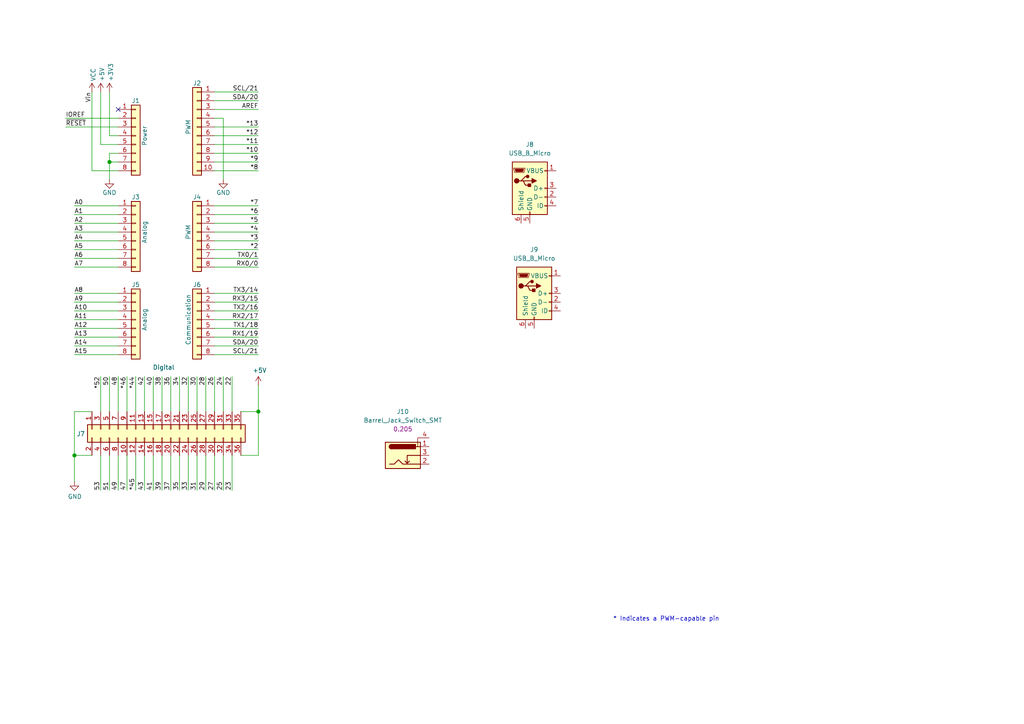
<source format=kicad_sch>
(kicad_sch (version 20230121) (generator eeschema)
  (paper "A4")
  (title_block (date "mar. 31 mars 2015"))
  (lib_symbols
    (symbol "Connector:USB_B_Micro" (pin_names (offset 1.016))
      (property "Reference" "J" (at -5.08 11.43 0))
      (property "Value" "USB_B_Micro" (at -5.08 8.89 0))
      (symbol "USB_B_Micro_0_1"
        (rectangle (start -5.08 -7.62) (end 5.08 7.62) (stroke (width 0.254)) (fill (type background)))
        (circle (center -3.81 2.159) (radius 0.635) (stroke (width 0.254)) (fill (type outline)))
        (circle (center -0.635 3.429) (radius 0.381) (stroke (width 0.254)) (fill (type outline)))
        (rectangle (start -0.127 -7.62) (end 0.127 -6.858))
        (polyline (pts (xy -1.905 2.159) (xy 0.635 2.159)) (stroke (width 0.254)))
        (polyline (pts (xy -3.175 2.159) (xy -2.54 2.159) (xy -1.27 3.429) (xy -0.635 3.429)) (stroke (width 0.254)))
        (polyline (pts (xy -2.54 2.159) (xy -1.905 2.159) (xy -1.27 0.889) (xy 0 0.889)) (stroke (width 0.254)))
        (polyline (pts (xy 0.635 2.794) (xy 0.635 1.524) (xy 1.905 2.159) (xy 0.635 2.794)) (stroke (width 0.254)) (fill (type outline)))
        (polyline (pts (xy -4.318 5.588) (xy -1.778 5.588) (xy -2.032 4.826) (xy -4.064 4.826) (xy -4.318 5.588)) (fill (type outline)))
        (polyline (pts (xy -4.699 5.842) (xy -4.699 5.588) (xy -4.445 4.826) (xy -4.445 4.572) (xy -1.651 4.572) (xy -1.651 4.826) (xy -1.397 5.588) (xy -1.397 5.842) (xy -4.699 5.842)))
        (rectangle (start 0.254 1.27) (end -0.508 0.508) (stroke (width 0.254)) (fill (type outline)))
        (rectangle (start 5.08 -5.207) (end 4.318 -4.953))
        (rectangle (start 5.08 -2.667) (end 4.318 -2.413))
        (rectangle (start 5.08 -0.127) (end 4.318 0.127))
        (rectangle (start 5.08 4.953) (end 4.318 5.207))
      )
      (symbol "USB_B_Micro_1_1"
        (pin power_out line (at 7.62 5.08 180) (length 2.54) (name "VBUS") (number "1"))
        (pin bidirectional line (at 7.62 -2.54 180) (length 2.54) (name "D-") (number "2"))
        (pin bidirectional line (at 7.62 0 180) (length 2.54) (name "D+") (number "3"))
        (pin passive line (at 7.62 -5.08 180) (length 2.54) (name "ID") (number "4"))
        (pin power_out line (at 0 -10.16 90) (length 2.54) (name "GND") (number "5"))
        (pin passive line (at -2.54 -10.16 90) (length 2.54) (name "Shield") (number "6"))
      )
    )
    (symbol "Connector_Generic:Conn_01x08" (pin_names (offset 1.016) hide)
      (property "Reference" "J" (at 0 10.16 0))
      (property "Value" "Conn_01x08" (at 0 -12.7 0))
      (symbol "Conn_01x08_1_1"
        (rectangle (start -1.27 -10.033) (end 0 -10.287) (stroke (width 0.1524)))
        (rectangle (start -1.27 -7.493) (end 0 -7.747) (stroke (width 0.1524)))
        (rectangle (start -1.27 -4.953) (end 0 -5.207) (stroke (width 0.1524)))
        (rectangle (start -1.27 -2.413) (end 0 -2.667) (stroke (width 0.1524)))
        (rectangle (start -1.27 0.127) (end 0 -0.127) (stroke (width 0.1524)))
        (rectangle (start -1.27 2.667) (end 0 2.413) (stroke (width 0.1524)))
        (rectangle (start -1.27 5.207) (end 0 4.953) (stroke (width 0.1524)))
        (rectangle (start -1.27 7.747) (end 0 7.493) (stroke (width 0.1524)))
        (rectangle (start -1.27 8.89) (end 1.27 -11.43) (stroke (width 0.254)) (fill (type background)))
        (pin passive line (at -5.08 7.62 0) (length 3.81) (name "Pin_1") (number "1"))
        (pin passive line (at -5.08 5.08 0) (length 3.81) (name "Pin_2") (number "2"))
        (pin passive line (at -5.08 2.54 0) (length 3.81) (name "Pin_3") (number "3"))
        (pin passive line (at -5.08 0 0) (length 3.81) (name "Pin_4") (number "4"))
        (pin passive line (at -5.08 -2.54 0) (length 3.81) (name "Pin_5") (number "5"))
        (pin passive line (at -5.08 -5.08 0) (length 3.81) (name "Pin_6") (number "6"))
        (pin passive line (at -5.08 -7.62 0) (length 3.81) (name "Pin_7") (number "7"))
        (pin passive line (at -5.08 -10.16 0) (length 3.81) (name "Pin_8") (number "8"))
      )
    )
    (symbol "Connector_Generic:Conn_01x10" (pin_names (offset 1.016) hide)
      (property "Reference" "J" (at 0 12.7 0))
      (property "Value" "Conn_01x10" (at 0 -15.24 0))
      (symbol "Conn_01x10_1_1"
        (rectangle (start -1.27 -12.573) (end 0 -12.827) (stroke (width 0.1524)))
        (rectangle (start -1.27 -10.033) (end 0 -10.287) (stroke (width 0.1524)))
        (rectangle (start -1.27 -7.493) (end 0 -7.747) (stroke (width 0.1524)))
        (rectangle (start -1.27 -4.953) (end 0 -5.207) (stroke (width 0.1524)))
        (rectangle (start -1.27 -2.413) (end 0 -2.667) (stroke (width 0.1524)))
        (rectangle (start -1.27 0.127) (end 0 -0.127) (stroke (width 0.1524)))
        (rectangle (start -1.27 2.667) (end 0 2.413) (stroke (width 0.1524)))
        (rectangle (start -1.27 5.207) (end 0 4.953) (stroke (width 0.1524)))
        (rectangle (start -1.27 7.747) (end 0 7.493) (stroke (width 0.1524)))
        (rectangle (start -1.27 10.287) (end 0 10.033) (stroke (width 0.1524)))
        (rectangle (start -1.27 11.43) (end 1.27 -13.97) (stroke (width 0.254)) (fill (type background)))
        (pin passive line (at -5.08 10.16 0) (length 3.81) (name "Pin_1") (number "1"))
        (pin passive line (at -5.08 -12.7 0) (length 3.81) (name "Pin_10") (number "10"))
        (pin passive line (at -5.08 7.62 0) (length 3.81) (name "Pin_2") (number "2"))
        (pin passive line (at -5.08 5.08 0) (length 3.81) (name "Pin_3") (number "3"))
        (pin passive line (at -5.08 2.54 0) (length 3.81) (name "Pin_4") (number "4"))
        (pin passive line (at -5.08 0 0) (length 3.81) (name "Pin_5") (number "5"))
        (pin passive line (at -5.08 -2.54 0) (length 3.81) (name "Pin_6") (number "6"))
        (pin passive line (at -5.08 -5.08 0) (length 3.81) (name "Pin_7") (number "7"))
        (pin passive line (at -5.08 -7.62 0) (length 3.81) (name "Pin_8") (number "8"))
        (pin passive line (at -5.08 -10.16 0) (length 3.81) (name "Pin_9") (number "9"))
      )
    )
    (symbol "Connector_Generic:Conn_02x18_Odd_Even" (pin_names (offset 1.016) hide)
      (property "Reference" "J" (at 1.27 22.86 0))
      (property "Value" "Conn_02x18_Odd_Even" (at 1.27 -25.4 0))
      (symbol "Conn_02x18_Odd_Even_1_1"
        (rectangle (start -1.27 -22.733) (end 0 -22.987) (stroke (width 0.1524)))
        (rectangle (start -1.27 -20.193) (end 0 -20.447) (stroke (width 0.1524)))
        (rectangle (start -1.27 -17.653) (end 0 -17.907) (stroke (width 0.1524)))
        (rectangle (start -1.27 -15.113) (end 0 -15.367) (stroke (width 0.1524)))
        (rectangle (start -1.27 -12.573) (end 0 -12.827) (stroke (width 0.1524)))
        (rectangle (start -1.27 -10.033) (end 0 -10.287) (stroke (width 0.1524)))
        (rectangle (start -1.27 -7.493) (end 0 -7.747) (stroke (width 0.1524)))
        (rectangle (start -1.27 -4.953) (end 0 -5.207) (stroke (width 0.1524)))
        (rectangle (start -1.27 -2.413) (end 0 -2.667) (stroke (width 0.1524)))
        (rectangle (start -1.27 0.127) (end 0 -0.127) (stroke (width 0.1524)))
        (rectangle (start -1.27 2.667) (end 0 2.413) (stroke (width 0.1524)))
        (rectangle (start -1.27 5.207) (end 0 4.953) (stroke (width 0.1524)))
        (rectangle (start -1.27 7.747) (end 0 7.493) (stroke (width 0.1524)))
        (rectangle (start -1.27 10.287) (end 0 10.033) (stroke (width 0.1524)))
        (rectangle (start -1.27 12.827) (end 0 12.573) (stroke (width 0.1524)))
        (rectangle (start -1.27 15.367) (end 0 15.113) (stroke (width 0.1524)))
        (rectangle (start -1.27 17.907) (end 0 17.653) (stroke (width 0.1524)))
        (rectangle (start -1.27 20.447) (end 0 20.193) (stroke (width 0.1524)))
        (rectangle (start -1.27 21.59) (end 3.81 -24.13) (stroke (width 0.254)) (fill (type background)))
        (rectangle (start 3.81 -22.733) (end 2.54 -22.987) (stroke (width 0.1524)))
        (rectangle (start 3.81 -20.193) (end 2.54 -20.447) (stroke (width 0.1524)))
        (rectangle (start 3.81 -17.653) (end 2.54 -17.907) (stroke (width 0.1524)))
        (rectangle (start 3.81 -15.113) (end 2.54 -15.367) (stroke (width 0.1524)))
        (rectangle (start 3.81 -12.573) (end 2.54 -12.827) (stroke (width 0.1524)))
        (rectangle (start 3.81 -10.033) (end 2.54 -10.287) (stroke (width 0.1524)))
        (rectangle (start 3.81 -7.493) (end 2.54 -7.747) (stroke (width 0.1524)))
        (rectangle (start 3.81 -4.953) (end 2.54 -5.207) (stroke (width 0.1524)))
        (rectangle (start 3.81 -2.413) (end 2.54 -2.667) (stroke (width 0.1524)))
        (rectangle (start 3.81 0.127) (end 2.54 -0.127) (stroke (width 0.1524)))
        (rectangle (start 3.81 2.667) (end 2.54 2.413) (stroke (width 0.1524)))
        (rectangle (start 3.81 5.207) (end 2.54 4.953) (stroke (width 0.1524)))
        (rectangle (start 3.81 7.747) (end 2.54 7.493) (stroke (width 0.1524)))
        (rectangle (start 3.81 10.287) (end 2.54 10.033) (stroke (width 0.1524)))
        (rectangle (start 3.81 12.827) (end 2.54 12.573) (stroke (width 0.1524)))
        (rectangle (start 3.81 15.367) (end 2.54 15.113) (stroke (width 0.1524)))
        (rectangle (start 3.81 17.907) (end 2.54 17.653) (stroke (width 0.1524)))
        (rectangle (start 3.81 20.447) (end 2.54 20.193) (stroke (width 0.1524)))
        (pin passive line (at -5.08 20.32 0) (length 3.81) (name "Pin_1") (number "1"))
        (pin passive line (at 7.62 10.16 180) (length 3.81) (name "Pin_10") (number "10"))
        (pin passive line (at -5.08 7.62 0) (length 3.81) (name "Pin_11") (number "11"))
        (pin passive line (at 7.62 7.62 180) (length 3.81) (name "Pin_12") (number "12"))
        (pin passive line (at -5.08 5.08 0) (length 3.81) (name "Pin_13") (number "13"))
        (pin passive line (at 7.62 5.08 180) (length 3.81) (name "Pin_14") (number "14"))
        (pin passive line (at -5.08 2.54 0) (length 3.81) (name "Pin_15") (number "15"))
        (pin passive line (at 7.62 2.54 180) (length 3.81) (name "Pin_16") (number "16"))
        (pin passive line (at -5.08 0 0) (length 3.81) (name "Pin_17") (number "17"))
        (pin passive line (at 7.62 0 180) (length 3.81) (name "Pin_18") (number "18"))
        (pin passive line (at -5.08 -2.54 0) (length 3.81) (name "Pin_19") (number "19"))
        (pin passive line (at 7.62 20.32 180) (length 3.81) (name "Pin_2") (number "2"))
        (pin passive line (at 7.62 -2.54 180) (length 3.81) (name "Pin_20") (number "20"))
        (pin passive line (at -5.08 -5.08 0) (length 3.81) (name "Pin_21") (number "21"))
        (pin passive line (at 7.62 -5.08 180) (length 3.81) (name "Pin_22") (number "22"))
        (pin passive line (at -5.08 -7.62 0) (length 3.81) (name "Pin_23") (number "23"))
        (pin passive line (at 7.62 -7.62 180) (length 3.81) (name "Pin_24") (number "24"))
        (pin passive line (at -5.08 -10.16 0) (length 3.81) (name "Pin_25") (number "25"))
        (pin passive line (at 7.62 -10.16 180) (length 3.81) (name "Pin_26") (number "26"))
        (pin passive line (at -5.08 -12.7 0) (length 3.81) (name "Pin_27") (number "27"))
        (pin passive line (at 7.62 -12.7 180) (length 3.81) (name "Pin_28") (number "28"))
        (pin passive line (at -5.08 -15.24 0) (length 3.81) (name "Pin_29") (number "29"))
        (pin passive line (at -5.08 17.78 0) (length 3.81) (name "Pin_3") (number "3"))
        (pin passive line (at 7.62 -15.24 180) (length 3.81) (name "Pin_30") (number "30"))
        (pin passive line (at -5.08 -17.78 0) (length 3.81) (name "Pin_31") (number "31"))
        (pin passive line (at 7.62 -17.78 180) (length 3.81) (name "Pin_32") (number "32"))
        (pin passive line (at -5.08 -20.32 0) (length 3.81) (name "Pin_33") (number "33"))
        (pin passive line (at 7.62 -20.32 180) (length 3.81) (name "Pin_34") (number "34"))
        (pin passive line (at -5.08 -22.86 0) (length 3.81) (name "Pin_35") (number "35"))
        (pin passive line (at 7.62 -22.86 180) (length 3.81) (name "Pin_36") (number "36"))
        (pin passive line (at 7.62 17.78 180) (length 3.81) (name "Pin_4") (number "4"))
        (pin passive line (at -5.08 15.24 0) (length 3.81) (name "Pin_5") (number "5"))
        (pin passive line (at 7.62 15.24 180) (length 3.81) (name "Pin_6") (number "6"))
        (pin passive line (at -5.08 12.7 0) (length 3.81) (name "Pin_7") (number "7"))
        (pin passive line (at 7.62 12.7 180) (length 3.81) (name "Pin_8") (number "8"))
        (pin passive line (at -5.08 10.16 0) (length 3.81) (name "Pin_9") (number "9"))
      )
    )
    (symbol "PubInv_KiCad_SCH_LIB:Barrel_Jack_Switch_SMT" (pin_names hide)
      (property "Reference" "J" (at 0 5.334 0))
      (property "Value" "Barrel_Jack_Switch_SMT" (at 1.27 -6.35 0))
      (property "Cost" "0.205" (at 0 0 0))
      (symbol "Barrel_Jack_Switch_SMT_0_1"
        (rectangle (start -5.08 3.81) (end 5.08 -3.81) (stroke (width 0.254)) (fill (type background)))
        (arc (start -3.302 3.175) (mid -3.9343 2.54) (end -3.302 1.905) (stroke (width 0.254)))
        (arc (start -3.302 3.175) (mid -3.9343 2.54) (end -3.302 1.905) (stroke (width 0.254)) (fill (type outline)))
        (polyline (pts (xy 1.27 -2.286) (xy 1.905 -1.651)) (stroke (width 0.254)))
        (polyline (pts (xy 5.08 2.54) (xy 3.81 2.54)) (stroke (width 0.254)))
        (polyline (pts (xy 5.08 5.08) (xy 4.318 5.08) (xy 4.318 2.54)))
        (polyline (pts (xy 5.08 0) (xy 1.27 0) (xy 1.27 -2.286) (xy 0.635 -1.651)) (stroke (width 0.254)))
        (polyline (pts (xy -3.81 -2.54) (xy -2.54 -2.54) (xy -1.27 -1.27) (xy 0 -2.54) (xy 2.54 -2.54) (xy 5.08 -2.54)) (stroke (width 0.254)))
        (rectangle (start 3.683 3.175) (end -3.302 1.905) (stroke (width 0.254)) (fill (type outline)))
      )
      (symbol "Barrel_Jack_Switch_SMT_1_1"
        (pin passive line (at 7.62 2.54 180) (length 2.54) (name "~") (number "1"))
        (pin passive line (at 7.62 -2.54 180) (length 2.54) (name "~") (number "2"))
        (pin passive line (at 7.62 0 180) (length 2.54) (name "~") (number "3"))
        (pin passive line (at 7.62 5.08 180) (length 2.54) (name "~") (number "4"))
      )
    )
    (symbol "power:+3V3" (power) (pin_names (offset 0))
      (property "Value" "+3V3" (at 0 3.556 0))
      (symbol "+3V3_0_1"
        (polyline (pts (xy -0.762 1.27) (xy 0 2.54)))
        (polyline (pts (xy 0 0) (xy 0 2.54)))
        (polyline (pts (xy 0 2.54) (xy 0.762 1.27)))
      )
      (symbol "+3V3_1_1"
        (pin power_in line (at 0 0 90) (length 0) hide (name "+3V3") (number "1"))
      )
    )
    (symbol "power:+5V" (power) (pin_names (offset 0))
      (property "Value" "+5V" (at 0 3.556 0))
      (symbol "+5V_0_1"
        (polyline (pts (xy -0.762 1.27) (xy 0 2.54)))
        (polyline (pts (xy 0 0) (xy 0 2.54)))
        (polyline (pts (xy 0 2.54) (xy 0.762 1.27)))
      )
      (symbol "+5V_1_1"
        (pin power_in line (at 0 0 90) (length 0) hide (name "+5V") (number "1"))
      )
    )
    (symbol "power:GND" (power) (pin_names (offset 0))
      (property "Value" "GND" (at 0 -3.81 0))
      (symbol "GND_0_1"
        (polyline (pts (xy 0 0) (xy 0 -1.27) (xy 1.27 -1.27) (xy 0 -2.54) (xy -1.27 -1.27) (xy 0 -1.27)))
      )
      (symbol "GND_1_1"
        (pin power_in line (at 0 0 270) (length 0) hide (name "GND") (number "1"))
      )
    )
    (symbol "power:VCC" (power) (pin_names (offset 0))
      (property "Value" "VCC" (at 0 3.81 0))
      (symbol "VCC_0_1"
        (polyline (pts (xy -0.762 1.27) (xy 0 2.54)))
        (polyline (pts (xy 0 0) (xy 0 2.54)))
        (polyline (pts (xy 0 2.54) (xy 0.762 1.27)))
      )
      (symbol "VCC_1_1"
        (pin power_in line (at 0 0 90) (length 0) hide (name "VCC") (number "1"))
      )
    )
  )
  (junction (at 21.59 132.08) (diameter 1.016))
  (junction (at 31.75 46.99) (diameter 1.016))
  (junction (at 74.93 119.38) (diameter 1.016))
  (no_connect (at 34.29 31.75))
  (wire (pts (xy 62.23 77.47) (xy 74.93 77.47)))
  (wire (pts (xy 21.59 77.47) (xy 34.29 77.47)))
  (wire (pts (xy 62.23 44.45) (xy 74.93 44.45)))
  (wire (pts (xy 44.45 109.22) (xy 44.45 119.38)))
  (wire (pts (xy 62.23 26.67) (xy 74.93 26.67)))
  (wire (pts (xy 46.99 109.22) (xy 46.99 119.38)))
  (wire (pts (xy 74.93 119.38) (xy 74.93 132.08)))
  (wire (pts (xy 26.67 119.38) (xy 21.59 119.38)))
  (wire (pts (xy 62.23 90.17) (xy 74.93 90.17)))
  (wire (pts (xy 31.75 44.45) (xy 31.75 46.99)))
  (wire (pts (xy 49.53 132.08) (xy 49.53 142.24)))
  (wire (pts (xy 21.59 72.39) (xy 34.29 72.39)))
  (wire (pts (xy 54.61 109.22) (xy 54.61 119.38)))
  (wire (pts (xy 31.75 109.22) (xy 31.75 119.38)))
  (wire (pts (xy 67.31 109.22) (xy 67.31 119.38)))
  (wire (pts (xy 31.75 46.99) (xy 31.75 52.07)))
  (wire (pts (xy 62.23 132.08) (xy 62.23 142.24)))
  (wire (pts (xy 31.75 39.37) (xy 34.29 39.37)))
  (wire (pts (xy 41.91 109.22) (xy 41.91 119.38)))
  (wire (pts (xy 29.21 41.91) (xy 34.29 41.91)))
  (wire (pts (xy 52.07 132.08) (xy 52.07 142.24)))
  (wire (pts (xy 29.21 26.67) (xy 29.21 41.91)))
  (wire (pts (xy 21.59 102.87) (xy 34.29 102.87)))
  (wire (pts (xy 36.83 132.08) (xy 36.83 142.24)))
  (wire (pts (xy 59.69 132.08) (xy 59.69 142.24)))
  (wire (pts (xy 62.23 36.83) (xy 74.93 36.83)))
  (wire (pts (xy 31.75 26.67) (xy 31.75 39.37)))
  (wire (pts (xy 62.23 59.69) (xy 74.93 59.69)))
  (wire (pts (xy 34.29 59.69) (xy 21.59 59.69)))
  (wire (pts (xy 62.23 39.37) (xy 74.93 39.37)))
  (wire (pts (xy 34.29 100.33) (xy 21.59 100.33)))
  (wire (pts (xy 62.23 62.23) (xy 74.93 62.23)))
  (wire (pts (xy 62.23 97.79) (xy 74.93 97.79)))
  (wire (pts (xy 52.07 109.22) (xy 52.07 119.38)))
  (wire (pts (xy 21.59 119.38) (xy 21.59 132.08)))
  (wire (pts (xy 36.83 109.22) (xy 36.83 119.38)))
  (wire (pts (xy 26.67 132.08) (xy 21.59 132.08)))
  (wire (pts (xy 62.23 46.99) (xy 74.93 46.99)))
  (wire (pts (xy 59.69 109.22) (xy 59.69 119.38)))
  (wire (pts (xy 57.15 109.22) (xy 57.15 119.38)))
  (wire (pts (xy 39.37 132.08) (xy 39.37 142.24)))
  (wire (pts (xy 57.15 132.08) (xy 57.15 142.24)))
  (wire (pts (xy 34.29 132.08) (xy 34.29 142.24)))
  (wire (pts (xy 64.77 109.22) (xy 64.77 119.38)))
  (wire (pts (xy 62.23 67.31) (xy 74.93 67.31)))
  (wire (pts (xy 44.45 132.08) (xy 44.45 142.24)))
  (wire (pts (xy 39.37 109.22) (xy 39.37 119.38)))
  (wire (pts (xy 19.05 34.29) (xy 34.29 34.29)))
  (wire (pts (xy 62.23 87.63) (xy 74.93 87.63)))
  (wire (pts (xy 74.93 111.76) (xy 74.93 119.38)))
  (wire (pts (xy 64.77 34.29) (xy 64.77 52.07)))
  (wire (pts (xy 62.23 102.87) (xy 74.93 102.87)))
  (wire (pts (xy 62.23 31.75) (xy 74.93 31.75)))
  (wire (pts (xy 69.85 119.38) (xy 74.93 119.38)))
  (wire (pts (xy 62.23 95.25) (xy 74.93 95.25)))
  (wire (pts (xy 21.59 92.71) (xy 34.29 92.71)))
  (wire (pts (xy 34.29 64.77) (xy 21.59 64.77)))
  (wire (pts (xy 19.05 36.83) (xy 34.29 36.83)))
  (wire (pts (xy 62.23 85.09) (xy 74.93 85.09)))
  (wire (pts (xy 34.29 46.99) (xy 31.75 46.99)))
  (wire (pts (xy 34.29 49.53) (xy 26.67 49.53)))
  (wire (pts (xy 29.21 109.22) (xy 29.21 119.38)))
  (wire (pts (xy 21.59 62.23) (xy 34.29 62.23)))
  (wire (pts (xy 31.75 132.08) (xy 31.75 142.24)))
  (wire (pts (xy 54.61 132.08) (xy 54.61 142.24)))
  (wire (pts (xy 34.29 90.17) (xy 21.59 90.17)))
  (wire (pts (xy 29.21 132.08) (xy 29.21 142.24)))
  (wire (pts (xy 62.23 92.71) (xy 74.93 92.71)))
  (wire (pts (xy 62.23 34.29) (xy 64.77 34.29)))
  (wire (pts (xy 46.99 132.08) (xy 46.99 142.24)))
  (wire (pts (xy 34.29 44.45) (xy 31.75 44.45)))
  (wire (pts (xy 21.59 97.79) (xy 34.29 97.79)))
  (wire (pts (xy 62.23 109.22) (xy 62.23 119.38)))
  (wire (pts (xy 62.23 41.91) (xy 74.93 41.91)))
  (wire (pts (xy 49.53 109.22) (xy 49.53 119.38)))
  (wire (pts (xy 21.59 87.63) (xy 34.29 87.63)))
  (wire (pts (xy 62.23 64.77) (xy 74.93 64.77)))
  (wire (pts (xy 21.59 67.31) (xy 34.29 67.31)))
  (wire (pts (xy 34.29 109.22) (xy 34.29 119.38)))
  (wire (pts (xy 62.23 100.33) (xy 74.93 100.33)))
  (wire (pts (xy 74.93 132.08) (xy 69.85 132.08)))
  (wire (pts (xy 34.29 85.09) (xy 21.59 85.09)))
  (wire (pts (xy 67.31 132.08) (xy 67.31 142.24)))
  (wire (pts (xy 62.23 29.21) (xy 74.93 29.21)))
  (wire (pts (xy 64.77 132.08) (xy 64.77 142.24)))
  (wire (pts (xy 62.23 72.39) (xy 74.93 72.39)))
  (wire (pts (xy 62.23 69.85) (xy 74.93 69.85)))
  (wire (pts (xy 41.91 132.08) (xy 41.91 142.24)))
  (wire (pts (xy 62.23 74.93) (xy 74.93 74.93)))
  (wire (pts (xy 34.29 95.25) (xy 21.59 95.25)))
  (wire (pts (xy 26.67 49.53) (xy 26.67 26.67)))
  (wire (pts (xy 21.59 132.08) (xy 21.59 139.7)))
  (wire (pts (xy 34.29 74.93) (xy 21.59 74.93)))
  (wire (pts (xy 34.29 69.85) (xy 21.59 69.85)))
  (wire (pts (xy 62.23 49.53) (xy 74.93 49.53)))
  (text "* Indicates a PWM-capable pin" (at 177.8 180.34 0) (effects (font (size 1.27 1.27)) (justify left bottom)))
  (label "A10" (at 21.59 90.17 0))
  (label "RX0{slash}0" (at 74.93 77.47 180))
  (label "A15" (at 21.59 102.87 0))
  (label "A2" (at 21.59 64.77 0))
  (label "RX2{slash}17" (at 74.93 92.71 180))
  (label "*4" (at 74.93 67.31 180))
  (label "SDA{slash}20" (at 74.93 100.33 180))
  (label "26" (at 62.23 109.22 270))
  (label "31" (at 57.15 142.24 90))
  (label "22" (at 67.31 109.22 270))
  (label "33" (at 54.61 142.24 90))
  (label "36" (at 49.53 109.22 270))
  (label "*2" (at 74.93 72.39 180))
  (label "TX1{slash}18" (at 74.93 95.25 180))
  (label "*44" (at 39.37 109.22 270))
  (label "A3" (at 21.59 67.31 0))
  (label "*13" (at 74.93 36.83 180))
  (label "*52" (at 29.21 109.22 270))
  (label "*12" (at 74.93 39.37 180))
  (label "40" (at 44.45 109.22 270))
  (label "~{RESET}" (at 19.05 36.83 0))
  (label "35" (at 52.07 142.24 90))
  (label "*10" (at 74.93 44.45 180))
  (label "28" (at 59.69 109.22 270))
  (label "23" (at 67.31 142.24 90))
  (label "29" (at 59.69 142.24 90))
  (label "A13" (at 21.59 97.79 0))
  (label "41" (at 44.45 142.24 90))
  (label "30" (at 57.15 109.22 270))
  (label "47" (at 36.83 142.24 90))
  (label "34" (at 52.07 109.22 270))
  (label "*45" (at 39.37 142.24 90))
  (label "38" (at 46.99 109.22 270))
  (label "51" (at 31.75 142.24 90))
  (label "*7" (at 74.93 59.69 180))
  (label "SDA{slash}20" (at 74.93 29.21 180))
  (label "*8" (at 74.93 49.53 180))
  (label "A9" (at 21.59 87.63 0))
  (label "*11" (at 74.93 41.91 180))
  (label "*3" (at 74.93 69.85 180))
  (label "A6" (at 21.59 74.93 0))
  (label "42" (at 41.91 109.22 270))
  (label "A1" (at 21.59 62.23 0))
  (label "53" (at 29.21 142.24 90))
  (label "TX0{slash}1" (at 74.93 74.93 180))
  (label "24" (at 64.77 109.22 270))
  (label "RX1{slash}19" (at 74.93 97.79 180))
  (label "A0" (at 21.59 59.69 0))
  (label "AREF" (at 74.93 31.75 180))
  (label "A14" (at 21.59 100.33 0))
  (label "39" (at 46.99 142.24 90))
  (label "A8" (at 21.59 85.09 0))
  (label "Vin" (at 26.67 26.67 270))
  (label "27" (at 62.23 142.24 90))
  (label "37" (at 49.53 142.24 90))
  (label "25" (at 64.77 142.24 90))
  (label "*6" (at 74.93 62.23 180))
  (label "*46" (at 36.83 109.22 270))
  (label "SCL{slash}21" (at 74.93 26.67 180))
  (label "*9" (at 74.93 46.99 180))
  (label "50" (at 31.75 109.22 270))
  (label "TX2{slash}16" (at 74.93 90.17 180))
  (label "*5" (at 74.93 64.77 180))
  (label "IOREF" (at 19.05 34.29 0))
  (label "A7" (at 21.59 77.47 0))
  (label "A11" (at 21.59 92.71 0))
  (label "A4" (at 21.59 69.85 0))
  (label "49" (at 34.29 142.24 90))
  (label "A5" (at 21.59 72.39 0))
  (label "RX3{slash}15" (at 74.93 87.63 180))
  (label "TX3{slash}14" (at 74.93 85.09 180))
  (label "32" (at 54.61 109.22 270))
  (label "43" (at 41.91 142.24 90))
  (label "A12" (at 21.59 95.25 0))
  (label "SCL{slash}21" (at 74.93 102.87 180))
  (label "48" (at 34.29 109.22 270))
  (symbol (lib_id "Connector_Generic:Conn_01x08") (at 39.37 39.37 0) (unit 1)
    (property "Reference" "J1" (at 39.37 29.21 0))
    (property "Value" "Power" (at 41.91 39.37 90))
    (property "Footprint" "Connector_PinSocket_2.54mm:PinSocket_1x08_P2.54mm_Vertical" (effects hide))
  )
  (symbol (lib_id "power:+3V3") (at 31.75 26.67 0) (unit 1)
    (property "Reference" "#PWR03" (effects hide))
    (property "Value" "+3.3V" (at 32.131 23.622 90) (effects (justify left)))
  )
  (symbol (lib_id "power:+5V") (at 29.21 26.67 0) (unit 1)
    (property "Reference" "#PWR02" (effects hide))
    (property "Value" "+5V" (at 29.5656 23.622 90) (effects (justify left)))
  )
  (symbol (lib_id "power:GND") (at 31.75 52.07 0) (unit 1)
    (property "Reference" "#PWR04" (effects hide))
    (property "Value" "GND" (at 31.75 55.88 0))
  )
  (symbol (lib_id "Connector_Generic:Conn_01x10") (at 57.15 36.83 0) (mirror y) (unit 1)
    (property "Reference" "J2" (at 57.15 24.13 0))
    (property "Value" "PWM" (at 54.61 36.83 90))
    (property "Footprint" "Connector_PinSocket_2.54mm:PinSocket_1x10_P2.54mm_Vertical" (effects hide))
  )
  (symbol (lib_id "power:GND") (at 64.77 52.07 0) (unit 1)
    (property "Reference" "#PWR05" (effects hide))
    (property "Value" "GND" (at 64.77 55.88 0))
  )
  (symbol (lib_id "Connector_Generic:Conn_01x08") (at 39.37 67.31 0) (unit 1)
    (property "Reference" "J3" (at 39.37 57.15 0))
    (property "Value" "Analog" (at 41.91 67.31 90))
    (property "Footprint" "Connector_PinSocket_2.54mm:PinSocket_1x08_P2.54mm_Vertical" (effects hide))
  )
  (symbol (lib_id "Connector_Generic:Conn_01x08") (at 57.15 67.31 0) (mirror y) (unit 1)
    (property "Reference" "J4" (at 57.15 57.15 0))
    (property "Value" "PWM" (at 54.61 67.31 90))
    (property "Footprint" "Connector_PinSocket_2.54mm:PinSocket_1x08_P2.54mm_Vertical" (effects hide))
  )
  (symbol (lib_id "Connector_Generic:Conn_01x08") (at 39.37 92.71 0) (unit 1)
    (property "Reference" "J5" (at 39.37 82.55 0))
    (property "Value" "Analog" (at 41.91 92.71 90))
    (property "Footprint" "Connector_PinSocket_2.54mm:PinSocket_1x08_P2.54mm_Vertical" (effects hide))
  )
  (symbol (lib_id "Connector_Generic:Conn_01x08") (at 57.15 92.71 0) (mirror y) (unit 1)
    (property "Reference" "J6" (at 57.15 82.55 0))
    (property "Value" "Communication" (at 54.61 92.71 90))
    (property "Footprint" "Connector_PinSocket_2.54mm:PinSocket_1x08_P2.54mm_Vertical" (effects hide))
  )
  (symbol (lib_id "Connector_Generic:Conn_02x18_Odd_Even") (at 46.99 124.46 90) (mirror x) (unit 1)
    (property "Reference" "J7" (at 24.6379 125.8506 90) (effects (justify left)))
    (property "Value" "Digital" (at 47.498 106.553 90))
    (property "Footprint" "Connector_PinSocket_2.54mm:PinSocket_2x18_P2.54mm_Vertical" (effects hide))
  )
  (symbol (lib_id "power:GND") (at 21.59 139.7 0) (unit 1)
    (property "Reference" "#PWR07" (effects hide))
    (property "Value" "GND" (at 21.7043 144.0244 0))
  )
  (symbol (lib_id "power:+5V") (at 74.93 111.76 0) (unit 1)
    (property "Reference" "#PWR06" (effects hide))
    (property "Value" "+5V" (at 75.2983 107.4356 0))
  )
  (symbol (lib_id "Connector:USB_B_Micro") (at 153.67 54.61 0) (unit 1)
    (property "Reference" "J8" (at 153.67 41.91 0))
    (property "Value" "USB_B_Micro" (at 153.67 44.45 0))
    (property "Footprint" "Connector_USB:USB_Micro-B_Molex-105017-0001" (effects hide))
  )
  (symbol (lib_id "power:VCC") (at 26.67 26.67 0) (unit 1)
    (property "Reference" "#PWR01" (effects hide))
    (property "Value" "VCC" (at 27.051 23.622 90) (effects (justify left)))
  )
  (symbol (lib_id "Connector:USB_B_Micro") (at 154.94 85.09 0) (unit 1)
    (property "Reference" "J9" (at 154.94 72.39 0))
    (property "Value" "USB_B_Micro" (at 154.94 74.93 0))
    (property "Footprint" "Connector_USB:USB_Micro-B_Molex-105017-0001" (effects hide))
  )
  (symbol (lib_id "PubInv_KiCad_SCH_LIB:Barrel_Jack_Switch_SMT") (at 116.84 132.08 0) (unit 1)
    (property "Reference" "J10" (at 116.84 119.38 0))
    (property "Value" "Barrel_Jack_Switch_SMT" (at 116.84 121.92 0))
    (property "Footprint" "PubInv_KiCad_PCB:BarrelJack_CLIFF_FC681465S_SMT_Horizontal" (effects hide))
    (property "Datasheet" "https://tensility.s3.amazonaws.com/uploads/pdffiles/54-00164.pdf" (effects hide))
    (property "Distributor 1" "JLCPCB" (effects hide))
    (property "Distributor 1 PN" "C319134" (effects hide))
    (property "Manufacturer" "XKB Connectivity / Tensility International Corp" (effects hide))
    (property "MPN" "DC-005-5A-2.0-SMT / 54-00164" (effects hide))
    (property "Description" "Power Barrel Connector Jack 2.10mm ID (0.083\"), 5.50mm OD (0.217\") Surface Mount, Right Angle" (effects hide))
    (property "Distributor 2" "Digikey" (effects hide))
    (property "Distributor 2 PN" "839-54-00164CT-ND" (effects hide))
    (property "Cost" "0.205" (at 116.84 124.46 0))
  )
)
</source>
